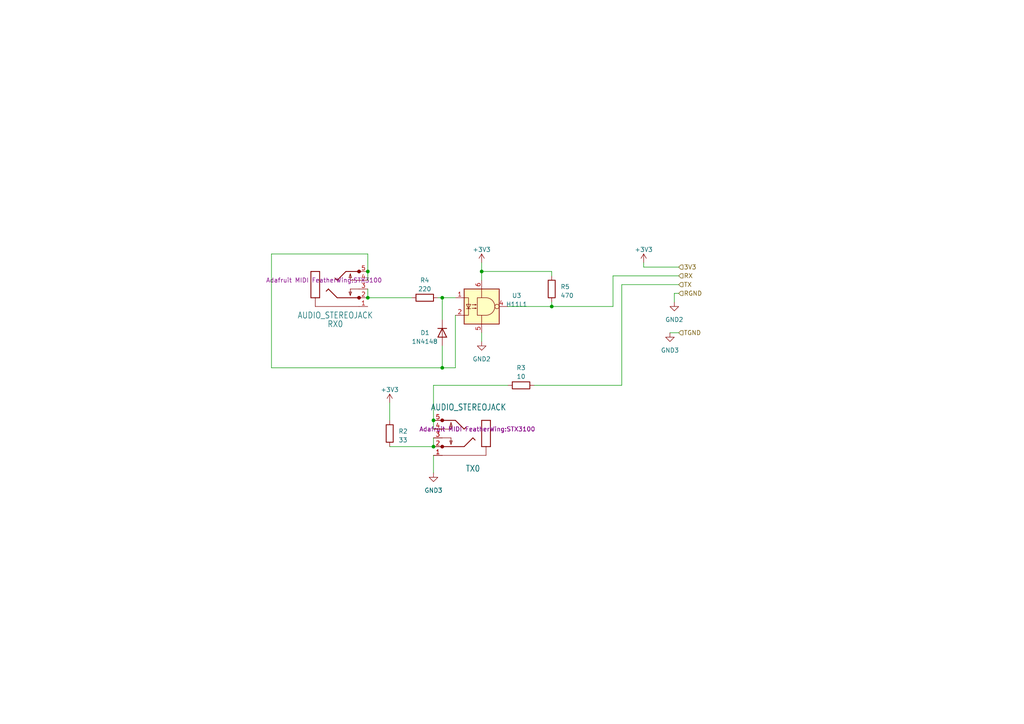
<source format=kicad_sch>
(kicad_sch (version 20230121) (generator eeschema)
  (paper "A4")
  (lib_symbols
    (symbol "Adafruit MIDI FeatherWing-eagle-import:AUDIO_STEREOJACK"
      (property "Reference" "X" (at -7.62 3.81 0))
      (property "Value" "AUDIO_STEREOJACK" (at -7.62 -10.16 0))
      (symbol "AUDIO_STEREOJACK_1_0"
        (circle (center -10.16 -5.08) (radius 0.127) (stroke (width 0.4064)))
        (circle (center -10.16 2.54) (radius 0.127) (stroke (width 0.4064)))
        (polyline (pts (xy -10.16 -5.08) (xy -3.81 -5.08)) (stroke (width 0.254)))
        (polyline (pts (xy -10.16 -2.54) (xy -7.62 -2.54)) (stroke (width 0.1524)))
        (polyline (pts (xy -10.16 0) (xy -7.62 0)) (stroke (width 0.1524)))
        (polyline (pts (xy -10.16 2.54) (xy -6.35 2.54)) (stroke (width 0.254)))
        (polyline (pts (xy -8.001 -3.429) (xy -7.239 -3.429)) (stroke (width 0.1524)))
        (polyline (pts (xy -8.001 0.762) (xy -7.239 0.762)) (stroke (width 0.1524)))
        (polyline (pts (xy -7.62 -4.445) (xy -8.001 -3.429)) (stroke (width 0.1524)))
        (polyline (pts (xy -7.62 -2.54) (xy -7.62 -4.445)) (stroke (width 0.1524)))
        (polyline (pts (xy -7.62 0) (xy -7.62 1.905)) (stroke (width 0.1524)))
        (polyline (pts (xy -7.62 1.905) (xy -8.001 0.762)) (stroke (width 0.1524)))
        (polyline (pts (xy -7.239 -3.429) (xy -7.62 -4.445)) (stroke (width 0.1524)))
        (polyline (pts (xy -7.239 0.762) (xy -7.62 1.905)) (stroke (width 0.1524)))
        (polyline (pts (xy -6.35 2.54) (xy -3.81 0)) (stroke (width 0.254)))
        (polyline (pts (xy -3.81 0) (xy -3.175 0.635)) (stroke (width 0.254)))
        (polyline (pts (xy -1.27 -2.54) (xy -3.81 -5.08)) (stroke (width 0.254)))
        (polyline (pts (xy -0.635 -3.175) (xy -1.27 -2.54)) (stroke (width 0.254)))
        (polyline (pts (xy 1.27 -5.08) (xy 1.27 2.54)) (stroke (width 0.254)))
        (polyline (pts (xy 1.27 -5.08) (xy 2.54 -5.08)) (stroke (width 0.254)))
        (polyline (pts (xy 1.27 2.54) (xy 3.81 2.54)) (stroke (width 0.254)))
        (polyline (pts (xy 2.54 -7.62) (xy -10.16 -7.62)) (stroke (width 0.1524)))
        (polyline (pts (xy 2.54 -5.08) (xy 2.54 -7.62)) (stroke (width 0.1524)))
        (polyline (pts (xy 2.54 -5.08) (xy 3.81 -5.08)) (stroke (width 0.254)))
        (polyline (pts (xy 3.81 -5.08) (xy 3.81 2.54)) (stroke (width 0.254)))
        (pin passive line (at -12.7 -7.62 0) (length 2.54) (name "1") (number "1"))
        (pin passive line (at -12.7 -5.08 0) (length 2.54) (name "2") (number "2"))
        (pin passive line (at -12.7 -2.54 0) (length 2.54) (name "3") (number "3"))
        (pin passive line (at -12.7 0 0) (length 2.54) (name "4") (number "4"))
        (pin passive line (at -12.7 2.54 0) (length 2.54) (name "5") (number "5"))
      )
    )
    (symbol "Device:R" (pin_numbers hide) (pin_names (offset 0))
      (property "Reference" "R" (at 2.032 0 90))
      (property "Value" "R" (at 0 0 90))
      (symbol "R_0_1"
        (rectangle (start -1.016 -2.54) (end 1.016 2.54) (stroke (width 0.254)))
      )
      (symbol "R_1_1"
        (pin passive line (at 0 3.81 270) (length 1.27) (name "~") (number "1"))
        (pin passive line (at 0 -3.81 90) (length 1.27) (name "~") (number "2"))
      )
    )
    (symbol "Diode:1N4148" (pin_numbers hide) (pin_names hide)
      (property "Reference" "D" (at 0 2.54 0))
      (property "Value" "1N4148" (at 0 -2.54 0))
      (symbol "1N4148_0_1"
        (polyline (pts (xy -1.27 1.27) (xy -1.27 -1.27)) (stroke (width 0.254)))
        (polyline (pts (xy 1.27 0) (xy -1.27 0)))
        (polyline (pts (xy 1.27 1.27) (xy 1.27 -1.27) (xy -1.27 0) (xy 1.27 1.27)) (stroke (width 0.254)))
      )
      (symbol "1N4148_1_1"
        (pin passive line (at -3.81 0 0) (length 2.54) (name "K") (number "1"))
        (pin passive line (at 3.81 0 180) (length 2.54) (name "A") (number "2"))
      )
    )
    (symbol "Isolator:H11L1" (pin_names (offset 1.016))
      (property "Reference" "U" (at 1.27 8.89 0))
      (property "Value" "H11L1" (at 1.27 6.35 0))
      (symbol "H11L1_0_1"
        (rectangle (start -5.08 5.08) (end 5.08 -5.08) (stroke (width 0.254)) (fill (type background)))
        (polyline (pts (xy -4.445 -0.635) (xy -3.175 -0.635)))
        (polyline (pts (xy 0 2.54) (xy 0 5.08)))
        (polyline (pts (xy 0 -2.54) (xy 0 -5.08) (xy 0 -3.81)))
        (polyline (pts (xy -5.08 -2.54) (xy -3.81 -2.54) (xy -3.81 2.54) (xy -5.08 2.54)))
        (polyline (pts (xy -3.81 -0.635) (xy -4.445 0.635) (xy -3.175 0.635) (xy -3.81 -0.635)))
        (polyline (pts (xy 1.27 -2.54) (xy -1.27 -2.54) (xy -1.27 2.54) (xy 1.27 2.54)))
        (polyline (pts (xy -2.794 -0.508) (xy -1.524 -0.508) (xy -1.905 -0.635) (xy -1.905 -0.381) (xy -1.524 -0.508)))
        (polyline (pts (xy -2.794 0.508) (xy -1.524 0.508) (xy -1.905 0.381) (xy -1.905 0.635) (xy -1.524 0.508)))
        (arc (start 1.27 -2.54) (mid 3.799 0) (end 1.27 2.54))
      )
      (symbol "H11L1_1_1"
        (pin passive line (at -7.62 2.54 0) (length 2.54) (name "~") (number "1"))
        (pin passive line (at -7.62 -2.54 0) (length 2.54) (name "~") (number "2"))
        (pin no_connect line (at -5.08 0 0) (length 2.54) hide (name "~") (number "3"))
        (pin output inverted (at 7.62 0 180) (length 3.81) (name "~") (number "4"))
        (pin power_in line (at 0 -7.62 90) (length 2.54) (name "~") (number "5"))
        (pin power_in line (at 0 7.62 270) (length 2.54) (name "~") (number "6"))
      )
    )
    (symbol "power:+3V3" (power) (pin_names (offset 0))
      (property "Value" "+3V3" (at 0 3.556 0))
      (symbol "+3V3_0_1"
        (polyline (pts (xy -0.762 1.27) (xy 0 2.54)))
        (polyline (pts (xy 0 0) (xy 0 2.54)))
        (polyline (pts (xy 0 2.54) (xy 0.762 1.27)))
      )
      (symbol "+3V3_1_1"
        (pin power_in line (at 0 0 90) (length 0) hide (name "+3V3") (number "1"))
      )
    )
    (symbol "power:GND2" (power) (pin_names (offset 0))
      (property "Value" "GND2" (at 0 -3.81 0))
      (symbol "GND2_0_1"
        (polyline (pts (xy 0 0) (xy 0 -1.27) (xy 1.27 -1.27) (xy 0 -2.54) (xy -1.27 -1.27) (xy 0 -1.27)))
      )
      (symbol "GND2_1_1"
        (pin power_in line (at 0 0 270) (length 0) hide (name "GND2") (number "1"))
      )
    )
    (symbol "power:GND3" (power) (pin_names (offset 0))
      (property "Value" "GND3" (at 0 -3.81 0))
      (symbol "GND3_0_1"
        (polyline (pts (xy 0 0) (xy 0 -1.27) (xy 1.27 -1.27) (xy 0 -2.54) (xy -1.27 -1.27) (xy 0 -1.27)))
      )
      (symbol "GND3_1_1"
        (pin power_in line (at 0 0 270) (length 0) hide (name "GND3") (number "1"))
      )
    )
  )
  (junction (at 125.73 121.92))
  (junction (at 125.73 129.54))
  (junction (at 106.68 86.36))
  (junction (at 139.7 78.74))
  (junction (at 106.68 78.74))
  (junction (at 128.27 106.68))
  (junction (at 128.27 86.36))
  (junction (at 160.02 88.9))
  (wire (pts (xy 106.68 78.74) (xy 106.68 81.28)))
  (wire (pts (xy 106.68 78.74) (xy 106.68 73.66)))
  (wire (pts (xy 128.27 86.36) (xy 132.08 86.36)))
  (wire (pts (xy 128.27 86.36) (xy 128.27 92.71)))
  (wire (pts (xy 132.08 106.68) (xy 132.08 91.44)))
  (wire (pts (xy 139.7 96.52) (xy 139.7 99.06)))
  (wire (pts (xy 113.03 116.84) (xy 113.03 121.92)))
  (wire (pts (xy 160.02 88.9) (xy 160.02 87.63)))
  (wire (pts (xy 139.7 78.74) (xy 139.7 81.28)))
  (wire (pts (xy 154.94 111.76) (xy 180.34 111.76)))
  (wire (pts (xy 186.69 77.47) (xy 196.85 77.47)))
  (wire (pts (xy 180.34 82.55) (xy 196.85 82.55)))
  (wire (pts (xy 128.27 100.33) (xy 128.27 106.68)))
  (wire (pts (xy 160.02 78.74) (xy 160.02 80.01)))
  (wire (pts (xy 125.73 111.76) (xy 125.73 121.92)))
  (wire (pts (xy 186.69 77.47) (xy 186.69 76.2)))
  (wire (pts (xy 78.74 73.66) (xy 78.74 106.68)))
  (wire (pts (xy 139.7 76.2) (xy 139.7 78.74)))
  (wire (pts (xy 106.68 73.66) (xy 78.74 73.66)))
  (wire (pts (xy 113.03 129.54) (xy 125.73 129.54)))
  (wire (pts (xy 194.31 96.52) (xy 196.85 96.52)))
  (wire (pts (xy 177.8 80.01) (xy 196.85 80.01)))
  (wire (pts (xy 125.73 132.08) (xy 125.73 137.16)))
  (wire (pts (xy 128.27 106.68) (xy 132.08 106.68)))
  (wire (pts (xy 106.68 86.36) (xy 119.38 86.36)))
  (wire (pts (xy 195.58 87.63) (xy 195.58 85.09)))
  (wire (pts (xy 195.58 85.09) (xy 196.85 85.09)))
  (wire (pts (xy 125.73 121.92) (xy 125.73 124.46)))
  (wire (pts (xy 106.68 83.82) (xy 106.68 86.36)))
  (wire (pts (xy 127 86.36) (xy 128.27 86.36)))
  (wire (pts (xy 78.74 106.68) (xy 128.27 106.68)))
  (wire (pts (xy 125.73 111.76) (xy 147.32 111.76)))
  (wire (pts (xy 147.32 88.9) (xy 160.02 88.9)))
  (wire (pts (xy 180.34 82.55) (xy 180.34 111.76)))
  (wire (pts (xy 177.8 88.9) (xy 177.8 80.01)))
  (wire (pts (xy 139.7 78.74) (xy 160.02 78.74)))
  (wire (pts (xy 125.73 127) (xy 125.73 129.54)))
  (wire (pts (xy 160.02 88.9) (xy 177.8 88.9)))
  (hierarchical_label "TX" (shape input) (at 196.85 82.55 0))
  (hierarchical_label "RX" (shape input) (at 196.85 80.01 0))
  (hierarchical_label "RGND" (shape input) (at 196.85 85.09 0))
  (hierarchical_label "3V3" (shape input) (at 196.85 77.47 0))
  (hierarchical_label "TGND" (shape input) (at 196.85 96.52 0))
  (symbol (lib_id "Diode:1N4148") (at 128.27 96.52 270) (unit 1)
    (property "Reference" "D1" (at 121.92 96.52 90) (effects (justify left)))
    (property "Value" "1N4148" (at 119.38 99.06 90) (effects (justify left)))
    (property "Footprint" "Diode_SMD:D_SOD-323_HandSoldering" (effects hide))
    (property "Datasheet" "https://assets.nexperia.com/documents/data-sheet/1N4148_1N4448.pdf" (effects hide))
    (property "Sim.Device" "D" (effects hide))
    (property "Sim.Pins" "1=K 2=A" (effects hide))
    (instances (project "v05" (path "" (reference "D1") (unit 1)) (path "" (reference "D2") (unit 1)) (path "" (reference "D3") (unit 1)) (path "" (reference "D4") (unit 1)) (path "" (reference "D5") (unit 1))) (project "v04" (path "" (reference "D1") (unit 1))))
  )
  (symbol (lib_id "power:GND2") (at 139.7 99.06 0) (unit 1)
    (property "Reference" "#PWR05" (effects hide))
    (property "Value" "GND2" (at 139.7 104.14 0))
    (instances (project "v05" (path "" (reference "#PWR05") (unit 1)) (path "" (reference "#PWR06") (unit 1)) (path "" (reference "#PWR08") (unit 1)) (path "" (reference "#PWR010") (unit 1)) (path "" (reference "#PWR012") (unit 1))))
  )
  (symbol (lib_id "Adafruit MIDI FeatherWing-eagle-import:AUDIO_STEREOJACK") (at 93.98 81.28 0) (mirror y) (unit 1)
    (property "Reference" "RX0" (at 97.2566 93.98 0) (effects (font (size 1.778 1.5113))))
    (property "Value" "AUDIO_STEREOJACK" (at 97.2566 91.44 0) (effects (font (size 1.778 1.5113))))
    (property "Footprint" "Adafruit MIDI FeatherWing:STX3100" (at 93.98 81.28 0))
    (instances (project "v05" (path "" (reference "RX0") (unit 1)) (path "" (reference "RX1") (unit 1)) (path "" (reference "RX2") (unit 1)) (path "" (reference "RX3") (unit 1)) (path "" (reference "RX4") (unit 1))) (project "v04" (path "" (reference "X1") (unit 1))))
  )
  (symbol (lib_id "Adafruit MIDI FeatherWing-eagle-import:AUDIO_STEREOJACK") (at 138.43 124.46 0) (unit 1)
    (property "Reference" "TX0" (at 137.16 135.89 0) (effects (font (size 1.778 1.5113))))
    (property "Value" "AUDIO_STEREOJACK" (at 135.89 118.11 0) (effects (font (size 1.778 1.5113))))
    (property "Footprint" "Adafruit MIDI FeatherWing:STX3100" (at 138.43 124.46 0))
    (instances (project "v05" (path "" (reference "TX0") (unit 1)) (path "" (reference "TX1") (unit 1)) (path "" (reference "TX2") (unit 1)) (path "" (reference "TX3") (unit 1)) (path "" (reference "TX4") (unit 1))) (project "v04" (path "" (reference "X2") (unit 1))))
  )
  (symbol (lib_id "Device:R") (at 151.13 111.76 270) (unit 1)
    (property "Reference" "R3" (at 151.13 106.68 90))
    (property "Value" "10" (at 151.13 109.22 90))
    (property "Footprint" "Resistor_SMD:R_1206_3216Metric_Pad1.30x1.75mm_HandSolder" (effects hide))
    (instances (project "v05" (path "" (reference "R3") (unit 1)) (path "" (reference "R7") (unit 1)) (path "" (reference "R11") (unit 1)) (path "" (reference "R15") (unit 1)) (path "" (reference "R19") (unit 1))) (project "v04" (path "" (reference "R4") (unit 1))))
  )
  (symbol (lib_id "power:+3V3") (at 113.03 116.84 0) (unit 1)
    (property "Reference" "#PWR04" (effects hide))
    (property "Value" "+3V3" (at 113.03 113.03 0))
    (instances (project "v05" (path "" (reference "#PWR04") (unit 1)) (path "" (reference "#PWR011") (unit 1)) (path "" (reference "#PWR018") (unit 1)) (path "" (reference "#PWR025") (unit 1)) (path "" (reference "#PWR032") (unit 1))) (project "v04" (path "" (reference "#PWR07") (unit 1))))
  )
  (symbol (lib_id "Isolator:H11L1") (at 139.7 88.9 0) (unit 1)
    (property "Reference" "U3" (at 149.86 85.7251 0))
    (property "Value" "H11L1" (at 149.86 88.2651 0))
    (property "Footprint" "Package_DIP:SMDIP-6_W9.53mm" (effects hide))
    (property "Datasheet" "https://www.onsemi.com/pub/Collateral/H11L3M-D.PDF" (effects hide))
    (instances (project "v05" (path "" (reference "U3") (unit 1)) (path "" (reference "U4") (unit 1)) (path "" (reference "U5") (unit 1)) (path "" (reference "U6") (unit 1)) (path "" (reference "U7") (unit 1))) (project "v04" (path "" (reference "U1") (unit 1))))
  )
  (symbol (lib_id "power:GND3") (at 125.73 137.16 0) (unit 1)
    (property "Reference" "#PWR022" (effects hide))
    (property "Value" "GND3" (at 125.73 142.24 0))
    (instances (project "v05" (path "" (reference "#PWR022") (unit 1)) (path "" (reference "#PWR024") (unit 1)) (path "" (reference "#PWR026") (unit 1)) (path "" (reference "#PWR027") (unit 1)) (path "" (reference "#PWR029") (unit 1))))
  )
  (symbol (lib_id "power:GND2") (at 195.58 87.63 0) (unit 1)
    (property "Reference" "#PWR013" (effects hide))
    (property "Value" "GND2" (at 195.58 92.71 0))
    (instances (project "v05" (path "" (reference "#PWR013") (unit 1)) (path "" (reference "#PWR015") (unit 1)) (path "" (reference "#PWR017") (unit 1)) (path "" (reference "#PWR019") (unit 1)) (path "" (reference "#PWR020") (unit 1))))
  )
  (symbol (lib_id "Device:R") (at 123.19 86.36 90) (unit 1)
    (property "Reference" "R4" (at 123.19 81.28 90))
    (property "Value" "220" (at 123.19 83.82 90))
    (property "Footprint" "Resistor_SMD:R_1206_3216Metric_Pad1.30x1.75mm_HandSolder" (effects hide))
    (instances (project "v05" (path "" (reference "R4") (unit 1)) (path "" (reference "R8") (unit 1)) (path "" (reference "R12") (unit 1)) (path "" (reference "R16") (unit 1)) (path "" (reference "R20") (unit 1))) (project "v04" (path "" (reference "R1") (unit 1))))
  )
  (symbol (lib_id "power:GND3") (at 194.31 96.52 0) (unit 1)
    (property "Reference" "#PWR031" (effects hide))
    (property "Value" "GND3" (at 194.31 101.6 0))
    (instances (project "v05" (path "" (reference "#PWR031") (unit 1)) (path "" (reference "#PWR033") (unit 1)) (path "" (reference "#PWR034") (unit 1)) (path "" (reference "#PWR036") (unit 1)) (path "" (reference "#PWR038") (unit 1))))
  )
  (symbol (lib_id "Device:R") (at 113.03 125.73 180) (unit 1)
    (property "Reference" "R2" (at 115.57 125.095 0) (effects (justify right)))
    (property "Value" "33" (at 115.57 127.635 0) (effects (justify right)))
    (property "Footprint" "Resistor_SMD:R_1206_3216Metric_Pad1.30x1.75mm_HandSolder" (effects hide))
    (instances (project "v05" (path "" (reference "R2") (unit 1)) (path "" (reference "R6") (unit 1)) (path "" (reference "R10") (unit 1)) (path "" (reference "R14") (unit 1)) (path "" (reference "R18") (unit 1))) (project "v04" (path "" (reference "R3") (unit 1))))
  )
  (symbol (lib_id "power:+3V3") (at 186.69 76.2 0) (unit 1)
    (property "Reference" "#PWR09" (effects hide))
    (property "Value" "+3V3" (at 186.69 72.39 0))
    (instances (project "v05" (path "" (reference "#PWR09") (unit 1)) (path "" (reference "#PWR016") (unit 1)) (path "" (reference "#PWR023") (unit 1)) (path "" (reference "#PWR030") (unit 1)) (path "" (reference "#PWR037") (unit 1))) (project "v04" (path "" (reference "#PWR01") (unit 1))))
  )
  (symbol (lib_id "power:+3V3") (at 139.7 76.2 0) (unit 1)
    (property "Reference" "#PWR07" (effects hide))
    (property "Value" "+3V3" (at 139.7 72.39 0))
    (instances (project "v05" (path "" (reference "#PWR07") (unit 1)) (path "" (reference "#PWR014") (unit 1)) (path "" (reference "#PWR021") (unit 1)) (path "" (reference "#PWR028") (unit 1)) (path "" (reference "#PWR035") (unit 1))) (project "v04" (path "" (reference "#PWR03") (unit 1))))
  )
  (symbol (lib_id "Device:R") (at 160.02 83.82 180) (unit 1)
    (property "Reference" "R5" (at 162.56 83.185 0) (effects (justify right)))
    (property "Value" "470" (at 162.56 85.725 0) (effects (justify right)))
    (property "Footprint" "Resistor_SMD:R_1206_3216Metric_Pad1.30x1.75mm_HandSolder" (effects hide))
    (instances (project "v05" (path "" (reference "R5") (unit 1)) (path "" (reference "R9") (unit 1)) (path "" (reference "R13") (unit 1)) (path "" (reference "R17") (unit 1)) (path "" (reference "R21") (unit 1))) (project "v04" (path "" (reference "R2") (unit 1))))
  )
)
</source>
